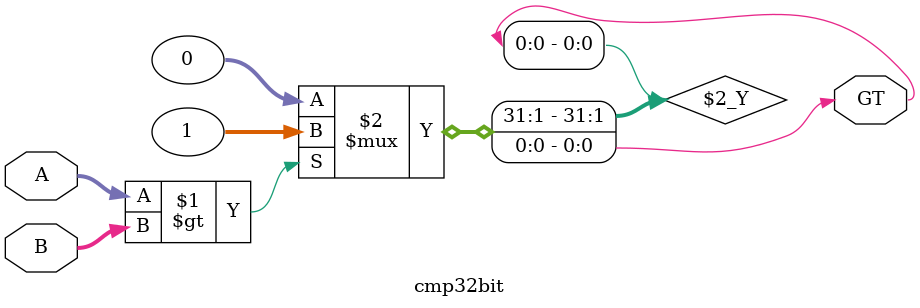
<source format=v>
`timescale 1ns / 1ps

module cmp32bit(
    input [3:0] A,
    input [3:0] B,
    output GT
    );
    assign GT=(A>B)? 1:0;
endmodule

</source>
